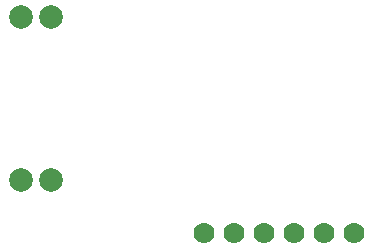
<source format=gbr>
%TF.GenerationSoftware,KiCad,Pcbnew,9.0.0*%
%TF.CreationDate,2025-05-13T23:13:56+02:00*%
%TF.ProjectId,kitchen_timer-hardware,6b697463-6865-46e5-9f74-696d65722d68,rev?*%
%TF.SameCoordinates,Original*%
%TF.FileFunction,Paste,Bot*%
%TF.FilePolarity,Positive*%
%FSLAX46Y46*%
G04 Gerber Fmt 4.6, Leading zero omitted, Abs format (unit mm)*
G04 Created by KiCad (PCBNEW 9.0.0) date 2025-05-13 23:13:56*
%MOMM*%
%LPD*%
G01*
G04 APERTURE LIST*
%ADD10C,2.000000*%
%ADD11C,1.778000*%
G04 APERTURE END LIST*
D10*
%TO.C,U3*%
X137540000Y-117184000D03*
X135000000Y-117184000D03*
X137540000Y-103384000D03*
X135000000Y-103384000D03*
%TD*%
D11*
%TO.C,U1*%
X163250125Y-121609400D03*
X160710125Y-121609400D03*
X158170125Y-121609400D03*
X155630125Y-121609400D03*
X153090125Y-121609400D03*
X150550125Y-121609400D03*
%TD*%
M02*

</source>
